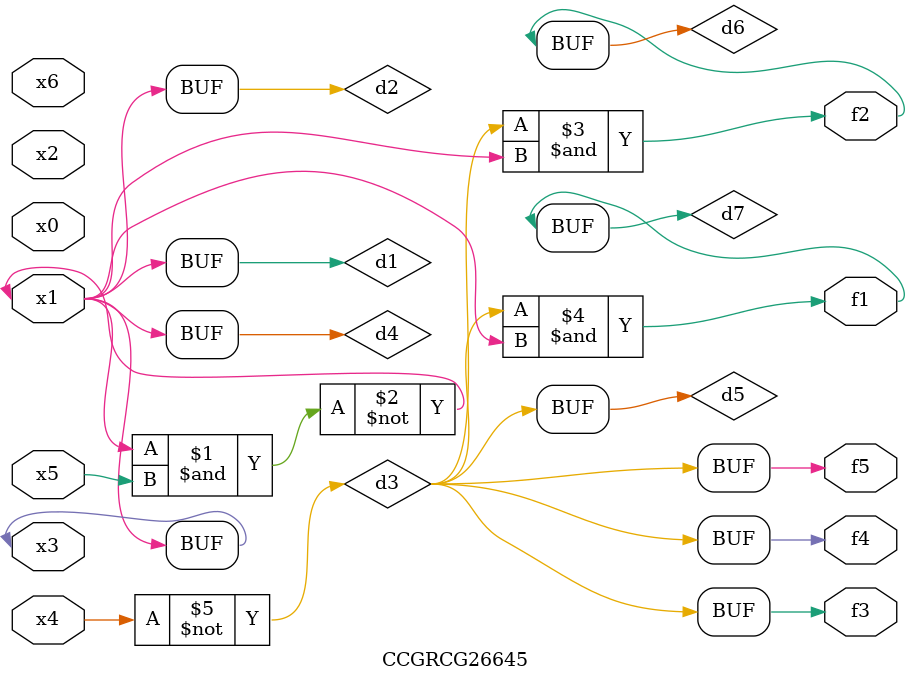
<source format=v>
module CCGRCG26645(
	input x0, x1, x2, x3, x4, x5, x6,
	output f1, f2, f3, f4, f5
);

	wire d1, d2, d3, d4, d5, d6, d7;

	buf (d1, x1, x3);
	nand (d2, x1, x5);
	not (d3, x4);
	buf (d4, d1, d2);
	buf (d5, d3);
	and (d6, d3, d4);
	and (d7, d3, d4);
	assign f1 = d7;
	assign f2 = d6;
	assign f3 = d5;
	assign f4 = d5;
	assign f5 = d5;
endmodule

</source>
